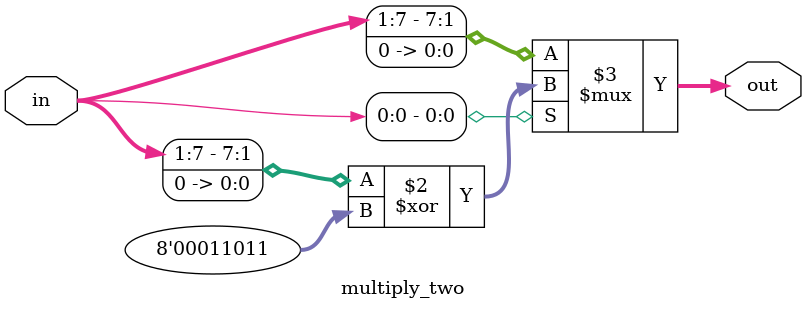
<source format=v>
 module multiply_two(in,out);
  input [0:7]in;
  output [0:7]out;
  wire [0:7]temp;
  
assign out=(in[0] ==0)?
{in[1:7],1'b0}
:{in[1:7],1'b0}^8'h1b;

  endmodule
  
  
  
</source>
